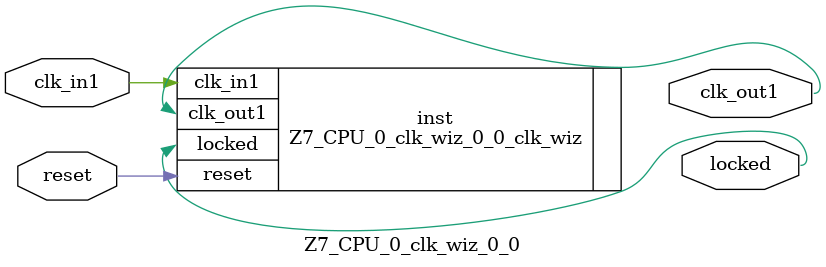
<source format=v>


`timescale 1ps/1ps

(* CORE_GENERATION_INFO = "Z7_CPU_0_clk_wiz_0_0,clk_wiz_v6_0_6_0_0,{component_name=Z7_CPU_0_clk_wiz_0_0,use_phase_alignment=true,use_min_o_jitter=false,use_max_i_jitter=false,use_dyn_phase_shift=false,use_inclk_switchover=false,use_dyn_reconfig=false,enable_axi=0,feedback_source=FDBK_AUTO,PRIMITIVE=MMCM,num_out_clk=1,clkin1_period=8.000,clkin2_period=10.000,use_power_down=false,use_reset=true,use_locked=true,use_inclk_stopped=false,feedback_type=SINGLE,CLOCK_MGR_TYPE=NA,manual_override=false}" *)

module Z7_CPU_0_clk_wiz_0_0 
 (
  // Clock out ports
  output        clk_out1,
  // Status and control signals
  input         reset,
  output        locked,
 // Clock in ports
  input         clk_in1
 );

  Z7_CPU_0_clk_wiz_0_0_clk_wiz inst
  (
  // Clock out ports  
  .clk_out1(clk_out1),
  // Status and control signals               
  .reset(reset), 
  .locked(locked),
 // Clock in ports
  .clk_in1(clk_in1)
  );

endmodule

</source>
